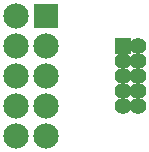
<source format=gbr>
G04 #@! TF.FileFunction,Soldermask,Top*
%FSLAX46Y46*%
G04 Gerber Fmt 4.6, Leading zero omitted, Abs format (unit mm)*
G04 Created by KiCad (PCBNEW 4.0.0-rc1-stable) date 11/11/2015 5:52:51 PM*
%MOMM*%
G01*
G04 APERTURE LIST*
%ADD10C,0.100000*%
%ADD11R,1.400000X1.400000*%
%ADD12C,1.400000*%
%ADD13R,2.150000X2.150000*%
%ADD14C,2.150000*%
G04 APERTURE END LIST*
D10*
D11*
X156845000Y-107696000D03*
D12*
X158115000Y-107696000D03*
X156845000Y-108966000D03*
X158115000Y-108966000D03*
X156845000Y-110236000D03*
X158115000Y-110236000D03*
X156845000Y-111506000D03*
X158115000Y-111506000D03*
X156845000Y-112776000D03*
X158115000Y-112776000D03*
D13*
X150368000Y-105156000D03*
D14*
X147828000Y-105156000D03*
X150368000Y-107696000D03*
X147828000Y-107696000D03*
X150368000Y-110236000D03*
X147828000Y-110236000D03*
X150368000Y-112776000D03*
X147828000Y-112776000D03*
X150368000Y-115316000D03*
X147828000Y-115316000D03*
M02*

</source>
